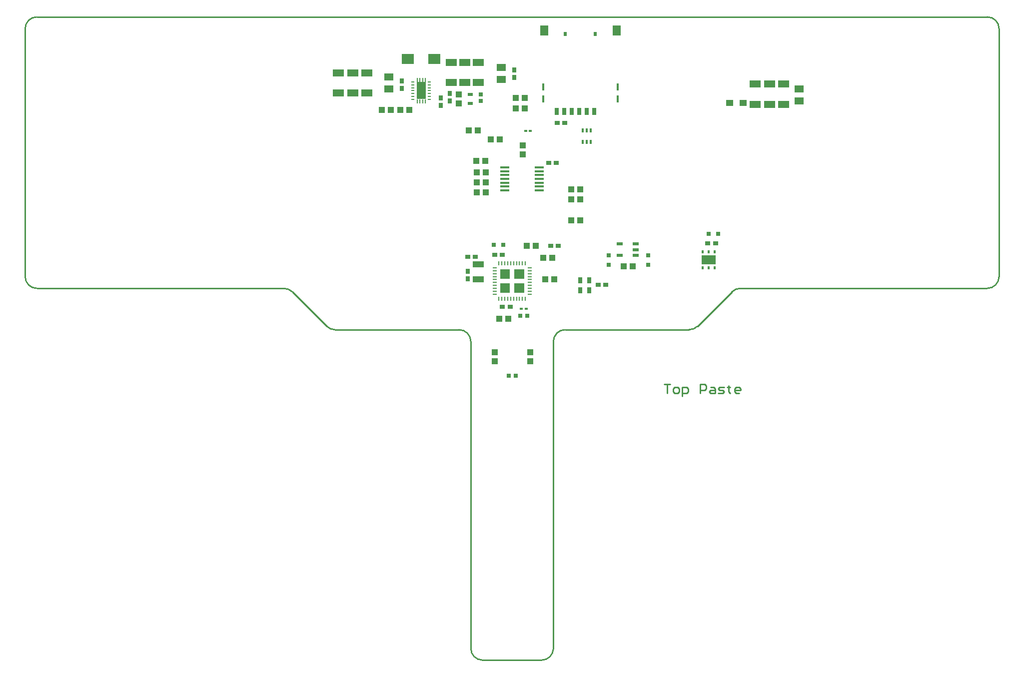
<source format=gtp>
G04 Layer_Color=8421504*
%FSLAX43Y43*%
%MOMM*%
G71*
G01*
G75*
%ADD10R,0.500X0.400*%
%ADD11R,0.750X0.700*%
%ADD12R,1.020X1.020*%
%ADD13R,1.050X0.600*%
%ADD14R,0.900X0.700*%
%ADD15R,1.600X0.400*%
%ADD18R,0.700X1.000*%
%ADD19O,0.800X0.230*%
%ADD20O,0.230X0.800*%
%ADD22R,1.020X1.020*%
%ADD24R,1.900X1.300*%
%ADD25R,1.600X1.200*%
%ADD26R,0.800X0.800*%
%ADD27R,0.700X0.900*%
%ADD28R,0.800X0.800*%
%ADD29R,0.400X0.700*%
%ADD30R,1.150X1.000*%
%ADD31R,0.450X1.300*%
%ADD32R,0.650X1.150*%
%ADD33R,1.400X1.700*%
%ADD34R,0.540X0.800*%
%ADD35R,2.000X1.800*%
%ADD36R,0.700X0.750*%
%ADD37O,0.600X0.240*%
%ADD38R,1.580X2.850*%
%ADD39R,0.200X0.775*%
%ADD40R,1.900X1.100*%
%ADD41R,0.900X0.500*%
%ADD42R,0.400X0.600*%
%ADD43R,2.400X1.500*%
%ADD45C,0.254*%
G36*
X2025Y59646D02*
X400D01*
Y61271D01*
X2025D01*
Y59646D01*
D02*
G37*
G36*
X-400D02*
X-2025D01*
Y61271D01*
X-400D01*
Y59646D01*
D02*
G37*
G36*
X2025Y57221D02*
X400D01*
Y58846D01*
X2025D01*
Y57221D01*
D02*
G37*
G36*
X-400Y57221D02*
X-2025Y57221D01*
Y58846D01*
X-400Y58846D01*
Y57221D01*
D02*
G37*
D10*
X1569Y54544D02*
D03*
X2369D02*
D03*
X2283Y84670D02*
D03*
X3083D02*
D03*
D11*
X2567Y53396D02*
D03*
X1417D02*
D03*
X-575Y43180D02*
D03*
X575D02*
D03*
D12*
X-2169Y52845D02*
D03*
X-649D02*
D03*
X5609Y59503D02*
D03*
X7129D02*
D03*
X6829Y63165D02*
D03*
X5309D02*
D03*
X2515Y65180D02*
D03*
X4035D02*
D03*
X-3585Y83208D02*
D03*
X-2065D02*
D03*
X-5785Y84732D02*
D03*
X-7305D02*
D03*
X10041Y73106D02*
D03*
X11561D02*
D03*
X-4503Y74296D02*
D03*
X-6023D02*
D03*
X-4503Y75995D02*
D03*
X-6023D02*
D03*
X-4503Y77696D02*
D03*
X-6023D02*
D03*
X-4512Y79566D02*
D03*
X-6032D02*
D03*
X10041Y74806D02*
D03*
X11561D02*
D03*
X10043Y69509D02*
D03*
X11563D02*
D03*
X-18922Y88203D02*
D03*
X-17402D02*
D03*
X-20574Y88204D02*
D03*
X-22094D02*
D03*
X18870Y61708D02*
D03*
X20390D02*
D03*
X2128Y90307D02*
D03*
X608D02*
D03*
X653Y88463D02*
D03*
X2173D02*
D03*
D13*
X18230Y65508D02*
D03*
Y63608D02*
D03*
X20930Y65508D02*
D03*
Y64558D02*
D03*
Y63608D02*
D03*
D14*
X14590Y58569D02*
D03*
X15890D02*
D03*
X6506Y65181D02*
D03*
X7806D02*
D03*
X6211Y79248D02*
D03*
X7511D02*
D03*
X8950Y86000D02*
D03*
X7650D02*
D03*
X-350Y54900D02*
D03*
X-1650D02*
D03*
X-7537Y63345D02*
D03*
X-6237D02*
D03*
X33150Y65600D02*
D03*
X34450D02*
D03*
X-1650Y63690D02*
D03*
X-2950D02*
D03*
D15*
X-1240Y78498D02*
D03*
Y77848D02*
D03*
Y77198D02*
D03*
Y76548D02*
D03*
Y75898D02*
D03*
Y75248D02*
D03*
Y74598D02*
D03*
X4560D02*
D03*
Y75248D02*
D03*
Y75898D02*
D03*
Y76548D02*
D03*
Y77198D02*
D03*
Y77848D02*
D03*
Y78498D02*
D03*
D18*
X13050Y57700D02*
D03*
X11550D02*
D03*
X13050Y59400D02*
D03*
X11550D02*
D03*
D19*
X-2975Y57496D02*
D03*
X-2975Y56996D02*
D03*
X-2975Y57996D02*
D03*
X-2975Y58496D02*
D03*
X-2975Y58996D02*
D03*
X-2975Y59496D02*
D03*
X-2975Y59996D02*
D03*
X-2975Y60496D02*
D03*
X-2975Y60996D02*
D03*
X-2975Y61496D02*
D03*
X2975Y60996D02*
D03*
X2975Y61496D02*
D03*
X2975Y60496D02*
D03*
X2975Y59996D02*
D03*
X2975Y59496D02*
D03*
X2975Y58996D02*
D03*
X2975Y58496D02*
D03*
X2975Y57996D02*
D03*
X2975Y57496D02*
D03*
X2975Y56996D02*
D03*
D20*
X-1750Y62221D02*
D03*
X-2250Y62221D02*
D03*
X-1250Y62221D02*
D03*
X-750Y62221D02*
D03*
X-250Y62221D02*
D03*
X250Y62221D02*
D03*
X750Y62221D02*
D03*
X1250Y62221D02*
D03*
X1750Y62221D02*
D03*
X2250Y62221D02*
D03*
X-2250Y56271D02*
D03*
X-1750Y56271D02*
D03*
X-1250Y56271D02*
D03*
X-750Y56271D02*
D03*
X-250Y56271D02*
D03*
X250Y56271D02*
D03*
X750Y56271D02*
D03*
X1250Y56271D02*
D03*
X2250Y56271D02*
D03*
X1750Y56271D02*
D03*
D22*
X1785Y82206D02*
D03*
Y80686D02*
D03*
X-9000Y89340D02*
D03*
Y90860D02*
D03*
X-2932Y47137D02*
D03*
Y45617D02*
D03*
X3046Y47137D02*
D03*
Y45617D02*
D03*
D24*
X41200Y92600D02*
D03*
Y89200D02*
D03*
X43600Y92600D02*
D03*
Y89200D02*
D03*
X46000Y92600D02*
D03*
Y89200D02*
D03*
X-29400Y94500D02*
D03*
Y91100D02*
D03*
X-27000Y94500D02*
D03*
Y91100D02*
D03*
X-24600Y94500D02*
D03*
Y91100D02*
D03*
X-10300Y96300D02*
D03*
Y92900D02*
D03*
X-8000Y96300D02*
D03*
Y92900D02*
D03*
X-5700Y96300D02*
D03*
Y92900D02*
D03*
D25*
X48600Y89800D02*
D03*
Y91800D02*
D03*
X-20900D02*
D03*
Y93800D02*
D03*
X-1800Y93400D02*
D03*
Y95400D02*
D03*
D26*
X-3100Y65400D02*
D03*
X-1500D02*
D03*
X34900Y67200D02*
D03*
X33300D02*
D03*
D27*
X-18700Y91850D02*
D03*
Y93150D02*
D03*
X400Y93750D02*
D03*
Y95050D02*
D03*
X-7526Y60901D02*
D03*
Y59601D02*
D03*
X-10553Y91047D02*
D03*
Y89747D02*
D03*
X-12089Y90303D02*
D03*
Y89003D02*
D03*
D28*
X16330Y63608D02*
D03*
Y62008D02*
D03*
X23030Y63608D02*
D03*
Y62008D02*
D03*
D29*
X11980Y82850D02*
D03*
X13280Y82850D02*
D03*
Y84750D02*
D03*
X11980D02*
D03*
X12630Y84750D02*
D03*
X12630Y82850D02*
D03*
D30*
X39175Y89400D02*
D03*
X36825D02*
D03*
D31*
X5307Y92132D02*
D03*
Y90132D02*
D03*
X17847D02*
D03*
Y92132D02*
D03*
D32*
X7552Y87962D02*
D03*
X8822Y87962D02*
D03*
X10092Y87962D02*
D03*
X11362D02*
D03*
X12632D02*
D03*
X13902Y87962D02*
D03*
D33*
X5477Y101692D02*
D03*
X17687D02*
D03*
D34*
X9037Y101112D02*
D03*
X14117D02*
D03*
D35*
X-13150Y96900D02*
D03*
X-17650D02*
D03*
D36*
X-5300Y90875D02*
D03*
Y89725D02*
D03*
D37*
X-14000Y90000D02*
D03*
Y90500D02*
D03*
Y91000D02*
D03*
Y91500D02*
D03*
Y92000D02*
D03*
Y92500D02*
D03*
Y93000D02*
D03*
X-16800Y90000D02*
D03*
Y90500D02*
D03*
Y91000D02*
D03*
Y91500D02*
D03*
Y92000D02*
D03*
Y92500D02*
D03*
Y93000D02*
D03*
D38*
X-15400Y91500D02*
D03*
D39*
X-15170Y89700D02*
D03*
X-14710D02*
D03*
X-16090D02*
D03*
X-15630D02*
D03*
X-15170Y93300D02*
D03*
X-14710D02*
D03*
X-16090D02*
D03*
X-15630D02*
D03*
D40*
X-5700Y59550D02*
D03*
Y62050D02*
D03*
D41*
X-7100Y89350D02*
D03*
Y90850D02*
D03*
D42*
X32300Y61500D02*
D03*
X33300D02*
D03*
X34300D02*
D03*
Y64200D02*
D03*
X33300D02*
D03*
X32300D02*
D03*
D43*
X33300Y62850D02*
D03*
D45*
X25800Y41724D02*
X26816D01*
X26308D01*
Y40200D01*
X27577D02*
X28085D01*
X28339Y40454D01*
Y40962D01*
X28085Y41216D01*
X27577D01*
X27324Y40962D01*
Y40454D01*
X27577Y40200D01*
X28847Y39692D02*
Y41216D01*
X29609D01*
X29863Y40962D01*
Y40454D01*
X29609Y40200D01*
X28847D01*
X31894D02*
Y41724D01*
X32656D01*
X32910Y41470D01*
Y40962D01*
X32656Y40708D01*
X31894D01*
X33671Y41216D02*
X34179D01*
X34433Y40962D01*
Y40200D01*
X33671D01*
X33418Y40454D01*
X33671Y40708D01*
X34433D01*
X34941Y40200D02*
X35703D01*
X35957Y40454D01*
X35703Y40708D01*
X35195D01*
X34941Y40962D01*
X35195Y41216D01*
X35957D01*
X36718Y41470D02*
Y41216D01*
X36465D01*
X36972D01*
X36718D01*
Y40454D01*
X36972Y40200D01*
X38496D02*
X37988D01*
X37734Y40454D01*
Y40962D01*
X37988Y41216D01*
X38496D01*
X38750Y40962D01*
Y40708D01*
X37734D01*
X5000Y-5000D02*
G03*
X7000Y-3000I0J2000D01*
G01*
X-7000D02*
G03*
X-5000Y-5000I2000J0D01*
G01*
X-7000Y49000D02*
G03*
X-9000Y51000I-2000J0D01*
G01*
X-31414Y51586D02*
G03*
X-30000Y51000I1414J1414D01*
G01*
X-37243Y57414D02*
G03*
X-38657Y58000I-1414J-1414D01*
G01*
X-82500Y60000D02*
G03*
X-80500Y58000I2000J0D01*
G01*
Y104000D02*
G03*
X-82500Y102000I0J-2000D01*
G01*
X82500D02*
G03*
X80500Y104000I-2000J0D01*
G01*
Y58000D02*
G03*
X82500Y60000I0J2000D01*
G01*
X38657Y58000D02*
G03*
X37243Y57414I0J-2000D01*
G01*
X30000Y51000D02*
G03*
X31414Y51586I0J2000D01*
G01*
X9000Y51000D02*
G03*
X7000Y49000I0J-2000D01*
G01*
X7000Y-3000D02*
Y49000D01*
X-5000Y-5000D02*
X5000D01*
X-7000Y-3000D02*
Y49000D01*
X-30000Y51000D02*
X-9000D01*
X-37243Y57414D02*
X-31414Y51586D01*
X-80500Y58000D02*
X-38657D01*
X-82500Y60000D02*
Y102000D01*
X-80500Y104000D02*
X80500D01*
X82500Y60000D02*
Y102000D01*
X38657Y58000D02*
X80500D01*
X31414Y51586D02*
X37243Y57414D01*
X9000Y51000D02*
X30000D01*
M02*

</source>
